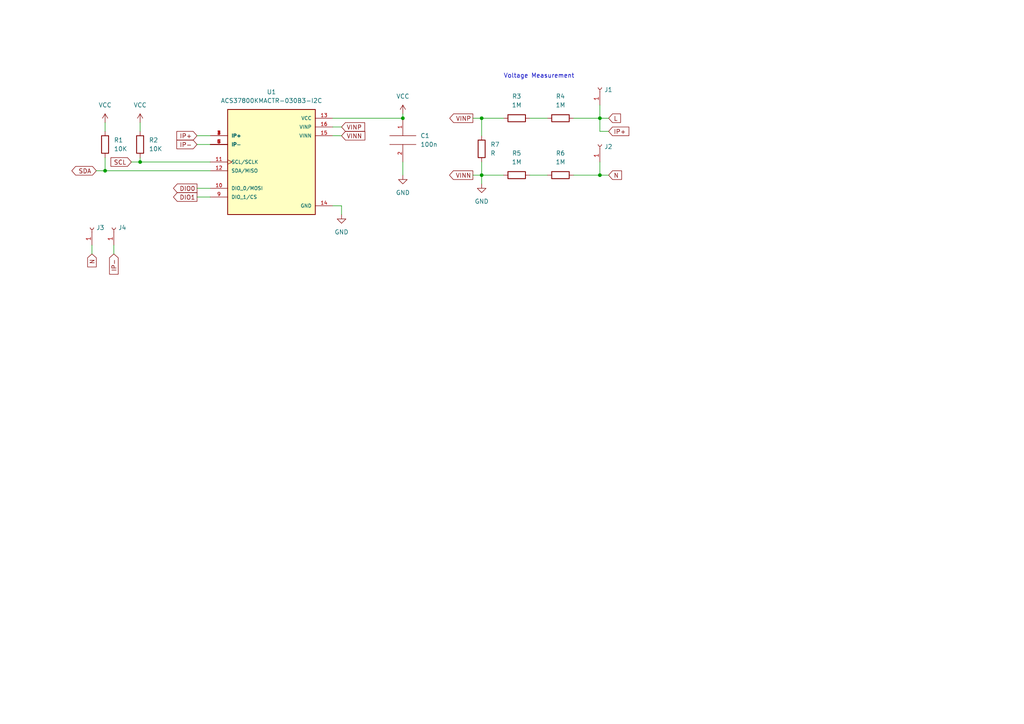
<source format=kicad_sch>
(kicad_sch (version 20211123) (generator eeschema)
  (paper "A4")
  (lib_symbols
    (symbol "ACS37800KMACTR-030B3-I2C:ACS37800KMACTR-030B3-I2C" (pin_names (offset 1.016))
      (property "Reference" "U" (at -12.7 16.002 0))
      (property "Value" "ACS37800KMACTR-030B3-I2C" (at -12.7 -17.78 0))
      (symbol "ACS37800KMACTR-030B3-I2C_0_0"
        (rectangle (start -12.7 -15.24) (end 12.7 15.24) (stroke (width 0.254)) (fill (type background)))
        (pin input line (at -17.78 7.62 0) (length 5.08) (name "IP+") (number "1"))
        (pin bidirectional line (at -17.78 -7.62 0) (length 5.08) (name "DIO_0/MOSI") (number "10"))
        (pin input clock (at -17.78 0 0) (length 5.08) (name "SCL/SCLK") (number "11"))
        (pin bidirectional line (at -17.78 -2.54 0) (length 5.08) (name "SDA/MISO") (number "12"))
        (pin power_in line (at 17.78 12.7 180) (length 5.08) (name "VCC") (number "13"))
        (pin power_in line (at 17.78 -12.7 180) (length 5.08) (name "GND") (number "14"))
        (pin power_in line (at 17.78 7.62 180) (length 5.08) (name "VINN") (number "15"))
        (pin power_in line (at 17.78 10.16 180) (length 5.08) (name "VINP") (number "16"))
        (pin input line (at -17.78 7.62 0) (length 5.08) (name "IP+") (number "2"))
        (pin input line (at -17.78 7.62 0) (length 5.08) (name "IP+") (number "3"))
        (pin input line (at -17.78 7.62 0) (length 5.08) (name "IP+") (number "4"))
        (pin input line (at -17.78 5.08 0) (length 5.08) (name "IP-") (number "5"))
        (pin input line (at -17.78 5.08 0) (length 5.08) (name "IP-") (number "6"))
        (pin input line (at -17.78 5.08 0) (length 5.08) (name "IP-") (number "7"))
        (pin input line (at -17.78 5.08 0) (length 5.08) (name "IP-") (number "8"))
        (pin bidirectional line (at -17.78 -10.16 0) (length 5.08) (name "DIO_1/CS") (number "9"))
      )
    )
    (symbol "Connector:Conn_01x01_Female" (pin_names (offset 1.016) hide)
      (property "Reference" "J" (at 0 2.54 0))
      (property "Value" "Conn_01x01_Female" (at 0 -2.54 0))
      (symbol "Conn_01x01_Female_1_1"
        (polyline (pts (xy -1.27 0) (xy -0.508 0)) (stroke (width 0.1524)))
        (arc (start 0 0.508) (mid -0.508 0) (end 0 -0.508) (stroke (width 0.1524)))
        (pin passive line (at -5.08 0 0) (length 3.81) (name "Pin_1") (number "1"))
      )
    )
    (symbol "Device:R" (pin_numbers hide) (pin_names (offset 0))
      (property "Reference" "R" (at 2.032 0 90))
      (property "Value" "R" (at 0 0 90))
      (symbol "R_0_1"
        (rectangle (start -1.016 -2.54) (end 1.016 2.54) (stroke (width 0.254)))
      )
      (symbol "R_1_1"
        (pin passive line (at 0 3.81 270) (length 1.27) (name "~") (number "1"))
        (pin passive line (at 0 -3.81 90) (length 1.27) (name "~") (number "2"))
      )
    )
    (symbol "power:GND" (power) (pin_names (offset 0))
      (property "Value" "GND" (at 0 -3.81 0))
      (symbol "GND_0_1"
        (polyline (pts (xy 0 0) (xy 0 -1.27) (xy 1.27 -1.27) (xy 0 -2.54) (xy -1.27 -1.27) (xy 0 -1.27)))
      )
      (symbol "GND_1_1"
        (pin power_in line (at 0 0 270) (length 0) hide (name "GND") (number "1"))
      )
    )
    (symbol "power:VCC" (power) (pin_names (offset 0))
      (property "Value" "VCC" (at 0 3.81 0))
      (symbol "VCC_0_1"
        (polyline (pts (xy -0.762 1.27) (xy 0 2.54)))
        (polyline (pts (xy 0 0) (xy 0 2.54)))
        (polyline (pts (xy 0 2.54) (xy 0.762 1.27)))
      )
      (symbol "VCC_1_1"
        (pin power_in line (at 0 0 90) (length 0) hide (name "VCC") (number "1"))
      )
    )
    (symbol "pspice:CAP" (pin_names (offset 0.254))
      (property "Reference" "C" (at 2.54 3.81 90))
      (property "Value" "CAP" (at 2.54 -3.81 90))
      (symbol "CAP_0_1"
        (polyline (pts (xy -3.81 -1.27) (xy 3.81 -1.27)))
        (polyline (pts (xy -3.81 1.27) (xy 3.81 1.27)))
      )
      (symbol "CAP_1_1"
        (pin passive line (at 0 6.35 270) (length 5.08) (name "~") (number "1"))
        (pin passive line (at 0 -6.35 90) (length 5.08) (name "~") (number "2"))
      )
    )
  )
  (junction (at 173.99 50.8))
  (junction (at 40.64 46.99))
  (junction (at 139.7 50.8))
  (junction (at 173.99 34.29))
  (junction (at 116.84 34.29))
  (junction (at 30.48 49.53))
  (junction (at 139.7 34.29))
  (wire (pts (xy 33.02 71.12) (xy 33.02 73.66)))
  (wire (pts (xy 176.53 38.1) (xy 173.99 38.1)))
  (wire (pts (xy 57.15 41.91) (xy 60.96 41.91)))
  (wire (pts (xy 40.64 35.56) (xy 40.64 38.1)))
  (wire (pts (xy 27.94 49.53) (xy 30.48 49.53)))
  (wire (pts (xy 57.15 54.61) (xy 60.96 54.61)))
  (wire (pts (xy 137.16 34.29) (xy 139.7 34.29)))
  (wire (pts (xy 96.52 39.37) (xy 99.06 39.37)))
  (wire (pts (xy 30.48 45.72) (xy 30.48 49.53)))
  (wire (pts (xy 30.48 49.53) (xy 60.96 49.53)))
  (wire (pts (xy 96.52 36.83) (xy 99.06 36.83)))
  (wire (pts (xy 139.7 50.8) (xy 146.05 50.8)))
  (wire (pts (xy 173.99 38.1) (xy 173.99 34.29)))
  (wire (pts (xy 96.52 59.69) (xy 99.06 59.69)))
  (wire (pts (xy 153.67 50.8) (xy 158.75 50.8)))
  (wire (pts (xy 57.15 39.37) (xy 60.96 39.37)))
  (wire (pts (xy 173.99 30.48) (xy 173.99 34.29)))
  (wire (pts (xy 166.37 50.8) (xy 173.99 50.8)))
  (wire (pts (xy 153.67 34.29) (xy 158.75 34.29)))
  (wire (pts (xy 146.05 34.29) (xy 139.7 34.29)))
  (wire (pts (xy 57.15 57.15) (xy 60.96 57.15)))
  (wire (pts (xy 116.84 46.99) (xy 116.84 50.8)))
  (wire (pts (xy 96.52 34.29) (xy 116.84 34.29)))
  (wire (pts (xy 173.99 50.8) (xy 176.53 50.8)))
  (wire (pts (xy 139.7 50.8) (xy 139.7 53.34)))
  (wire (pts (xy 166.37 34.29) (xy 173.99 34.29)))
  (wire (pts (xy 38.1 46.99) (xy 40.64 46.99)))
  (wire (pts (xy 99.06 59.69) (xy 99.06 62.23)))
  (wire (pts (xy 116.84 33.02) (xy 116.84 34.29)))
  (wire (pts (xy 139.7 46.99) (xy 139.7 50.8)))
  (wire (pts (xy 139.7 34.29) (xy 139.7 39.37)))
  (wire (pts (xy 30.48 35.56) (xy 30.48 38.1)))
  (wire (pts (xy 173.99 34.29) (xy 176.53 34.29)))
  (wire (pts (xy 40.64 45.72) (xy 40.64 46.99)))
  (wire (pts (xy 40.64 46.99) (xy 60.96 46.99)))
  (wire (pts (xy 173.99 46.99) (xy 173.99 50.8)))
  (wire (pts (xy 137.16 50.8) (xy 139.7 50.8)))
  (wire (pts (xy 26.67 71.12) (xy 26.67 73.66)))
  (text "Voltage Measurement" (at 146.05 22.86 0) (effects (font (size 1.27 1.27)) (justify left bottom)))
  (global_label "VINP" (shape input) (at 99.06 36.83 0) (property "Intersheet References" "${INTERSHEET_REFS}" (effects hide)))
  (global_label "DIO1" (shape output) (at 57.15 57.15 180) (property "Intersheet References" "${INTERSHEET_REFS}" (effects hide)))
  (global_label "SDA" (shape bidirectional) (at 27.94 49.53 180) (property "Intersheet References" "${INTERSHEET_REFS}" (effects hide)))
  (global_label "SCL" (shape input) (at 38.1 46.99 180) (property "Intersheet References" "${INTERSHEET_REFS}" (effects hide)))
  (global_label "IP+" (shape input) (at 57.15 39.37 180) (property "Intersheet References" "${INTERSHEET_REFS}" (effects hide)))
  (global_label "IP+" (shape input) (at 176.53 38.1 0) (property "Intersheet References" "${INTERSHEET_REFS}" (effects hide)))
  (global_label "L" (shape input) (at 176.53 34.29 0) (property "Intersheet References" "${INTERSHEET_REFS}" (effects hide)))
  (global_label "DIO0" (shape output) (at 57.15 54.61 180) (property "Intersheet References" "${INTERSHEET_REFS}" (effects hide)))
  (global_label "N" (shape input) (at 176.53 50.8 0) (property "Intersheet References" "${INTERSHEET_REFS}" (effects hide)))
  (global_label "IP-" (shape input) (at 57.15 41.91 180) (property "Intersheet References" "${INTERSHEET_REFS}" (effects hide)))
  (global_label "VINN" (shape input) (at 99.06 39.37 0) (property "Intersheet References" "${INTERSHEET_REFS}" (effects hide)))
  (global_label "VINN" (shape output) (at 137.16 50.8 180) (property "Intersheet References" "${INTERSHEET_REFS}" (effects hide)))
  (global_label "VINP" (shape output) (at 137.16 34.29 180) (property "Intersheet References" "${INTERSHEET_REFS}" (effects hide)))
  (global_label "N" (shape input) (at 26.67 73.66 270) (property "Intersheet References" "${INTERSHEET_REFS}" (effects hide)))
  (global_label "IP-" (shape input) (at 33.02 73.66 270) (property "Intersheet References" "${INTERSHEET_REFS}" (effects hide)))
  (symbol (lib_id "Device:R") (at 30.48 41.91 0) (unit 1)
    (property "Reference" "R1" (at 33.02 40.6399 0) (effects (justify left)))
    (property "Value" "10K" (at 33.02 43.1799 0) (effects (justify left)))
  )
  (symbol (lib_id "ACS37800KMACTR-030B3-I2C:ACS37800KMACTR-030B3-I2C") (at 78.74 46.99 0) (unit 1)
    (property "Reference" "U1" (at 78.74 26.67 0))
    (property "Value" "ACS37800KMACTR-030B3-I2C" (at 78.74 29.21 0))
    (property "Footprint" "SOIC127P1030X265-16N" (effects hide))
    (property "E_MAX" "10.63" (effects hide))
    (property "L_MIN" "0.4" (effects hide))
    (property "D_MIN" "10.1" (effects hide))
    (property "E_MIN" "9.97" (effects hide))
    (property "ENOM" "1.27" (effects hide))
    (property "E1_MAX" "7.6" (effects hide))
    (property "A1_MIN" "0.1" (effects hide))
    (property "MANUFACTURER" "Allegro" (effects hide))
    (property "E1_NOM" "7.5" (effects hide))
    (property "STANDARD" "IPC 7351B" (effects hide))
    (property "D_MAX" "10.5" (effects hide))
    (property "B_NOM" "0.41" (effects hide))
    (property "E1_MIN" "7.4" (effects hide))
    (property "D_NOM" "10.3" (effects hide))
    (property "D2_MAX" "0.0" (effects hide))
    (property "B_MAX" "0.51" (effects hide))
    (property "E2_MAX" "0.0" (effects hide))
    (property "L_NOM" "0.835" (effects hide))
    (property "PIN_COUNT" "16.0" (effects hide))
    (property "B_MIN" "0.31" (effects hide))
    (property "E_NOM" "10.3" (effects hide))
    (property "PARTREV" "2" (effects hide))
    (property "A_MIN" "2.65" (effects hide))
    (property "A_NOM" "2.65" (effects hide))
    (property "L_MAX" "1.27" (effects hide))
    (property "A_MAX" "2.65" (effects hide))
  )
  (symbol (lib_id "power:VCC") (at 30.48 35.56 0) (unit 1)
    (property "Reference" "#PWR?" (effects hide))
    (property "Value" "VCC" (at 30.48 30.48 0))
  )
  (symbol (lib_id "Device:R") (at 139.7 43.18 0) (unit 1)
    (property "Reference" "R7" (at 142.24 41.9099 0) (effects (justify left)))
    (property "Value" "R" (at 142.24 44.4499 0) (effects (justify left)))
  )
  (symbol (lib_id "power:VCC") (at 40.64 35.56 0) (unit 1)
    (property "Reference" "#PWR?" (effects hide))
    (property "Value" "VCC" (at 40.64 30.48 0))
  )
  (symbol (lib_id "power:GND") (at 116.84 50.8 0) (unit 1)
    (property "Reference" "#PWR?" (effects hide))
    (property "Value" "GND" (at 116.84 55.88 0))
  )
  (symbol (lib_id "Connector:Conn_01x01_Female") (at 26.67 66.04 90) (unit 1)
    (property "Reference" "J3" (at 27.9087 66.0295 90) (effects (justify right)))
    (property "Value" "Conn_01x01_Female" (effects hide))
  )
  (symbol (lib_id "Device:R") (at 149.86 34.29 90) (unit 1)
    (property "Reference" "R3" (at 149.86 27.94 90))
    (property "Value" "1M" (at 149.86 30.48 90))
  )
  (symbol (lib_id "power:VCC") (at 116.84 33.02 0) (unit 1)
    (property "Reference" "#PWR?" (effects hide))
    (property "Value" "VCC" (at 116.84 27.94 0))
  )
  (symbol (lib_id "Connector:Conn_01x01_Female") (at 173.99 41.91 90) (unit 1)
    (property "Reference" "J2" (at 175.26 42.5449 90) (effects (justify right)))
    (property "Value" "Conn_01x01_Female" (effects hide))
  )
  (symbol (lib_id "pspice:CAP") (at 116.84 40.64 0) (unit 1)
    (property "Reference" "C1" (at 121.92 39.3699 0) (effects (justify left)))
    (property "Value" "100n" (at 121.92 41.9099 0) (effects (justify left)))
  )
  (symbol (lib_id "Device:R") (at 162.56 34.29 90) (unit 1)
    (property "Reference" "R4" (at 162.56 27.94 90))
    (property "Value" "1M" (at 162.56 30.48 90))
  )
  (symbol (lib_id "power:GND") (at 139.7 53.34 0) (unit 1)
    (property "Reference" "#PWR?" (effects hide))
    (property "Value" "GND" (at 139.7 58.42 0))
  )
  (symbol (lib_id "Device:R") (at 149.86 50.8 270) (unit 1)
    (property "Reference" "R5" (at 149.86 44.45 90))
    (property "Value" "1M" (at 149.86 46.99 90))
  )
  (symbol (lib_id "Connector:Conn_01x01_Female") (at 33.02 66.04 90) (unit 1)
    (property "Reference" "J4" (at 34.277 66.0295 90) (effects (justify right)))
    (property "Value" "Conn_01x01_Female" (effects hide))
  )
  (symbol (lib_id "Device:R") (at 162.56 50.8 90) (unit 1)
    (property "Reference" "R6" (at 162.56 44.45 90))
    (property "Value" "1M" (at 162.56 46.99 90))
  )
  (symbol (lib_id "Device:R") (at 40.64 41.91 0) (unit 1)
    (property "Reference" "R2" (at 43.18 40.6399 0) (effects (justify left)))
    (property "Value" "10K" (at 43.18 43.1799 0) (effects (justify left)))
  )
  (symbol (lib_id "Connector:Conn_01x01_Female") (at 173.99 25.4 90) (unit 1)
    (property "Reference" "J1" (at 175.26 26.0349 90) (effects (justify right)))
    (property "Value" "Conn_01x01_Female" (effects hide))
  )
  (symbol (lib_id "power:GND") (at 99.06 62.23 0) (unit 1)
    (property "Reference" "#PWR?" (effects hide))
    (property "Value" "GND" (at 99.06 67.31 0))
  )
)
</source>
